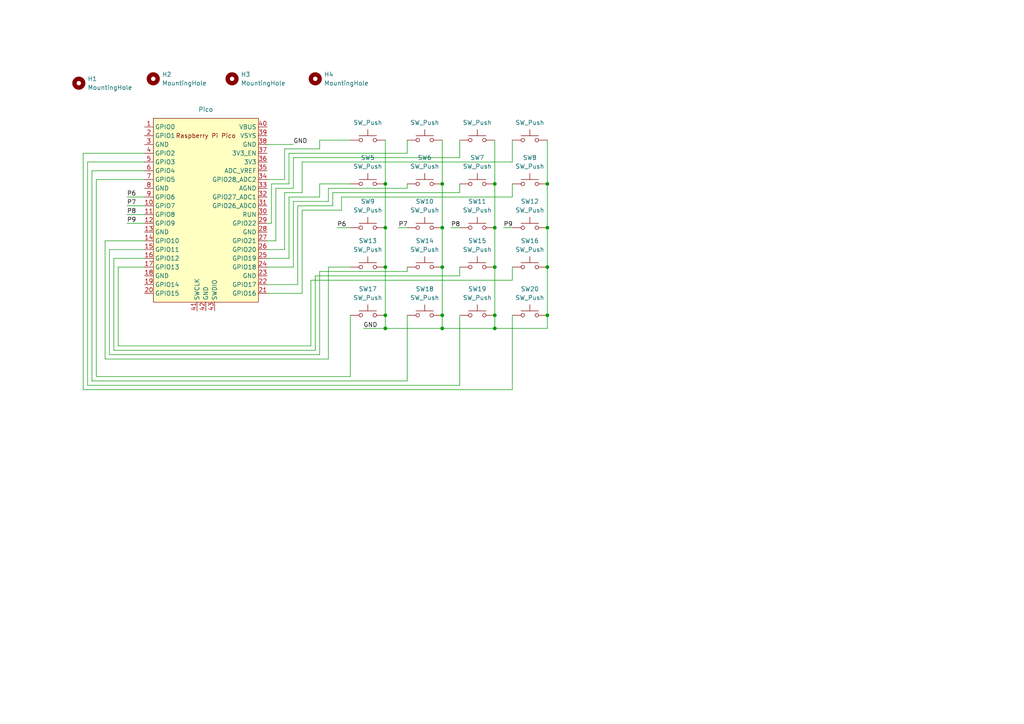
<source format=kicad_sch>
(kicad_sch (version 20230121) (generator eeschema)

  (uuid 532654f6-53e3-4b05-b7d7-6f8fe7a586af)

  (paper "A4")

  (lib_symbols
    (symbol "MCU_RaspberryPi_and_Boards:Pico" (in_bom yes) (on_board yes)
      (property "Reference" "U" (at -13.97 27.94 0)
        (effects (font (size 1.27 1.27)))
      )
      (property "Value" "Pico" (at 0 19.05 0)
        (effects (font (size 1.27 1.27)))
      )
      (property "Footprint" "RPi_Pico:RPi_Pico_SMD_TH" (at 0 0 90)
        (effects (font (size 1.27 1.27)) hide)
      )
      (property "Datasheet" "" (at 0 0 0)
        (effects (font (size 1.27 1.27)) hide)
      )
      (symbol "Pico_0_0"
        (text "Raspberry Pi Pico" (at 0 21.59 0)
          (effects (font (size 1.27 1.27)))
        )
      )
      (symbol "Pico_0_1"
        (rectangle (start -15.24 26.67) (end 15.24 -26.67)
          (stroke (width 0) (type default))
          (fill (type background))
        )
      )
      (symbol "Pico_1_1"
        (pin bidirectional line (at -17.78 24.13 0) (length 2.54)
          (name "GPIO0" (effects (font (size 1.27 1.27))))
          (number "1" (effects (font (size 1.27 1.27))))
        )
        (pin bidirectional line (at -17.78 1.27 0) (length 2.54)
          (name "GPIO7" (effects (font (size 1.27 1.27))))
          (number "10" (effects (font (size 1.27 1.27))))
        )
        (pin bidirectional line (at -17.78 -1.27 0) (length 2.54)
          (name "GPIO8" (effects (font (size 1.27 1.27))))
          (number "11" (effects (font (size 1.27 1.27))))
        )
        (pin bidirectional line (at -17.78 -3.81 0) (length 2.54)
          (name "GPIO9" (effects (font (size 1.27 1.27))))
          (number "12" (effects (font (size 1.27 1.27))))
        )
        (pin power_in line (at -17.78 -6.35 0) (length 2.54)
          (name "GND" (effects (font (size 1.27 1.27))))
          (number "13" (effects (font (size 1.27 1.27))))
        )
        (pin bidirectional line (at -17.78 -8.89 0) (length 2.54)
          (name "GPIO10" (effects (font (size 1.27 1.27))))
          (number "14" (effects (font (size 1.27 1.27))))
        )
        (pin bidirectional line (at -17.78 -11.43 0) (length 2.54)
          (name "GPIO11" (effects (font (size 1.27 1.27))))
          (number "15" (effects (font (size 1.27 1.27))))
        )
        (pin bidirectional line (at -17.78 -13.97 0) (length 2.54)
          (name "GPIO12" (effects (font (size 1.27 1.27))))
          (number "16" (effects (font (size 1.27 1.27))))
        )
        (pin bidirectional line (at -17.78 -16.51 0) (length 2.54)
          (name "GPIO13" (effects (font (size 1.27 1.27))))
          (number "17" (effects (font (size 1.27 1.27))))
        )
        (pin power_in line (at -17.78 -19.05 0) (length 2.54)
          (name "GND" (effects (font (size 1.27 1.27))))
          (number "18" (effects (font (size 1.27 1.27))))
        )
        (pin bidirectional line (at -17.78 -21.59 0) (length 2.54)
          (name "GPIO14" (effects (font (size 1.27 1.27))))
          (number "19" (effects (font (size 1.27 1.27))))
        )
        (pin bidirectional line (at -17.78 21.59 0) (length 2.54)
          (name "GPIO1" (effects (font (size 1.27 1.27))))
          (number "2" (effects (font (size 1.27 1.27))))
        )
        (pin bidirectional line (at -17.78 -24.13 0) (length 2.54)
          (name "GPIO15" (effects (font (size 1.27 1.27))))
          (number "20" (effects (font (size 1.27 1.27))))
        )
        (pin bidirectional line (at 17.78 -24.13 180) (length 2.54)
          (name "GPIO16" (effects (font (size 1.27 1.27))))
          (number "21" (effects (font (size 1.27 1.27))))
        )
        (pin bidirectional line (at 17.78 -21.59 180) (length 2.54)
          (name "GPIO17" (effects (font (size 1.27 1.27))))
          (number "22" (effects (font (size 1.27 1.27))))
        )
        (pin power_in line (at 17.78 -19.05 180) (length 2.54)
          (name "GND" (effects (font (size 1.27 1.27))))
          (number "23" (effects (font (size 1.27 1.27))))
        )
        (pin bidirectional line (at 17.78 -16.51 180) (length 2.54)
          (name "GPIO18" (effects (font (size 1.27 1.27))))
          (number "24" (effects (font (size 1.27 1.27))))
        )
        (pin bidirectional line (at 17.78 -13.97 180) (length 2.54)
          (name "GPIO19" (effects (font (size 1.27 1.27))))
          (number "25" (effects (font (size 1.27 1.27))))
        )
        (pin bidirectional line (at 17.78 -11.43 180) (length 2.54)
          (name "GPIO20" (effects (font (size 1.27 1.27))))
          (number "26" (effects (font (size 1.27 1.27))))
        )
        (pin bidirectional line (at 17.78 -8.89 180) (length 2.54)
          (name "GPIO21" (effects (font (size 1.27 1.27))))
          (number "27" (effects (font (size 1.27 1.27))))
        )
        (pin power_in line (at 17.78 -6.35 180) (length 2.54)
          (name "GND" (effects (font (size 1.27 1.27))))
          (number "28" (effects (font (size 1.27 1.27))))
        )
        (pin bidirectional line (at 17.78 -3.81 180) (length 2.54)
          (name "GPIO22" (effects (font (size 1.27 1.27))))
          (number "29" (effects (font (size 1.27 1.27))))
        )
        (pin power_in line (at -17.78 19.05 0) (length 2.54)
          (name "GND" (effects (font (size 1.27 1.27))))
          (number "3" (effects (font (size 1.27 1.27))))
        )
        (pin input line (at 17.78 -1.27 180) (length 2.54)
          (name "RUN" (effects (font (size 1.27 1.27))))
          (number "30" (effects (font (size 1.27 1.27))))
        )
        (pin bidirectional line (at 17.78 1.27 180) (length 2.54)
          (name "GPIO26_ADC0" (effects (font (size 1.27 1.27))))
          (number "31" (effects (font (size 1.27 1.27))))
        )
        (pin bidirectional line (at 17.78 3.81 180) (length 2.54)
          (name "GPIO27_ADC1" (effects (font (size 1.27 1.27))))
          (number "32" (effects (font (size 1.27 1.27))))
        )
        (pin power_in line (at 17.78 6.35 180) (length 2.54)
          (name "AGND" (effects (font (size 1.27 1.27))))
          (number "33" (effects (font (size 1.27 1.27))))
        )
        (pin bidirectional line (at 17.78 8.89 180) (length 2.54)
          (name "GPIO28_ADC2" (effects (font (size 1.27 1.27))))
          (number "34" (effects (font (size 1.27 1.27))))
        )
        (pin power_in line (at 17.78 11.43 180) (length 2.54)
          (name "ADC_VREF" (effects (font (size 1.27 1.27))))
          (number "35" (effects (font (size 1.27 1.27))))
        )
        (pin power_in line (at 17.78 13.97 180) (length 2.54)
          (name "3V3" (effects (font (size 1.27 1.27))))
          (number "36" (effects (font (size 1.27 1.27))))
        )
        (pin input line (at 17.78 16.51 180) (length 2.54)
          (name "3V3_EN" (effects (font (size 1.27 1.27))))
          (number "37" (effects (font (size 1.27 1.27))))
        )
        (pin bidirectional line (at 17.78 19.05 180) (length 2.54)
          (name "GND" (effects (font (size 1.27 1.27))))
          (number "38" (effects (font (size 1.27 1.27))))
        )
        (pin power_in line (at 17.78 21.59 180) (length 2.54)
          (name "VSYS" (effects (font (size 1.27 1.27))))
          (number "39" (effects (font (size 1.27 1.27))))
        )
        (pin bidirectional line (at -17.78 16.51 0) (length 2.54)
          (name "GPIO2" (effects (font (size 1.27 1.27))))
          (number "4" (effects (font (size 1.27 1.27))))
        )
        (pin power_in line (at 17.78 24.13 180) (length 2.54)
          (name "VBUS" (effects (font (size 1.27 1.27))))
          (number "40" (effects (font (size 1.27 1.27))))
        )
        (pin input line (at -2.54 -29.21 90) (length 2.54)
          (name "SWCLK" (effects (font (size 1.27 1.27))))
          (number "41" (effects (font (size 1.27 1.27))))
        )
        (pin power_in line (at 0 -29.21 90) (length 2.54)
          (name "GND" (effects (font (size 1.27 1.27))))
          (number "42" (effects (font (size 1.27 1.27))))
        )
        (pin bidirectional line (at 2.54 -29.21 90) (length 2.54)
          (name "SWDIO" (effects (font (size 1.27 1.27))))
          (number "43" (effects (font (size 1.27 1.27))))
        )
        (pin bidirectional line (at -17.78 13.97 0) (length 2.54)
          (name "GPIO3" (effects (font (size 1.27 1.27))))
          (number "5" (effects (font (size 1.27 1.27))))
        )
        (pin bidirectional line (at -17.78 11.43 0) (length 2.54)
          (name "GPIO4" (effects (font (size 1.27 1.27))))
          (number "6" (effects (font (size 1.27 1.27))))
        )
        (pin bidirectional line (at -17.78 8.89 0) (length 2.54)
          (name "GPIO5" (effects (font (size 1.27 1.27))))
          (number "7" (effects (font (size 1.27 1.27))))
        )
        (pin power_in line (at -17.78 6.35 0) (length 2.54)
          (name "GND" (effects (font (size 1.27 1.27))))
          (number "8" (effects (font (size 1.27 1.27))))
        )
        (pin bidirectional line (at -17.78 3.81 0) (length 2.54)
          (name "GPIO6" (effects (font (size 1.27 1.27))))
          (number "9" (effects (font (size 1.27 1.27))))
        )
      )
    )
    (symbol "Mechanical:MountingHole" (pin_names (offset 1.016)) (in_bom yes) (on_board yes)
      (property "Reference" "H" (at 0 5.08 0)
        (effects (font (size 1.27 1.27)))
      )
      (property "Value" "MountingHole" (at 0 3.175 0)
        (effects (font (size 1.27 1.27)))
      )
      (property "Footprint" "" (at 0 0 0)
        (effects (font (size 1.27 1.27)) hide)
      )
      (property "Datasheet" "~" (at 0 0 0)
        (effects (font (size 1.27 1.27)) hide)
      )
      (property "ki_keywords" "mounting hole" (at 0 0 0)
        (effects (font (size 1.27 1.27)) hide)
      )
      (property "ki_description" "Mounting Hole without connection" (at 0 0 0)
        (effects (font (size 1.27 1.27)) hide)
      )
      (property "ki_fp_filters" "MountingHole*" (at 0 0 0)
        (effects (font (size 1.27 1.27)) hide)
      )
      (symbol "MountingHole_0_1"
        (circle (center 0 0) (radius 1.27)
          (stroke (width 1.27) (type default))
          (fill (type none))
        )
      )
    )
    (symbol "Switch:SW_Push" (pin_numbers hide) (pin_names (offset 1.016) hide) (in_bom yes) (on_board yes)
      (property "Reference" "SW" (at 1.27 2.54 0)
        (effects (font (size 1.27 1.27)) (justify left))
      )
      (property "Value" "SW_Push" (at 0 -1.524 0)
        (effects (font (size 1.27 1.27)))
      )
      (property "Footprint" "" (at 0 5.08 0)
        (effects (font (size 1.27 1.27)) hide)
      )
      (property "Datasheet" "~" (at 0 5.08 0)
        (effects (font (size 1.27 1.27)) hide)
      )
      (property "ki_keywords" "switch normally-open pushbutton push-button" (at 0 0 0)
        (effects (font (size 1.27 1.27)) hide)
      )
      (property "ki_description" "Push button switch, generic, two pins" (at 0 0 0)
        (effects (font (size 1.27 1.27)) hide)
      )
      (symbol "SW_Push_0_1"
        (circle (center -2.032 0) (radius 0.508)
          (stroke (width 0) (type default))
          (fill (type none))
        )
        (polyline
          (pts
            (xy 0 1.27)
            (xy 0 3.048)
          )
          (stroke (width 0) (type default))
          (fill (type none))
        )
        (polyline
          (pts
            (xy 2.54 1.27)
            (xy -2.54 1.27)
          )
          (stroke (width 0) (type default))
          (fill (type none))
        )
        (circle (center 2.032 0) (radius 0.508)
          (stroke (width 0) (type default))
          (fill (type none))
        )
        (pin passive line (at -5.08 0 0) (length 2.54)
          (name "1" (effects (font (size 1.27 1.27))))
          (number "1" (effects (font (size 1.27 1.27))))
        )
        (pin passive line (at 5.08 0 180) (length 2.54)
          (name "2" (effects (font (size 1.27 1.27))))
          (number "2" (effects (font (size 1.27 1.27))))
        )
      )
    )
  )

  (junction (at 111.76 66.04) (diameter 0) (color 0 0 0 0)
    (uuid 01e53da0-4047-4852-80c3-85c416984b93)
  )
  (junction (at 158.75 66.04) (diameter 0) (color 0 0 0 0)
    (uuid 2d1a7d3b-cc9a-48a0-ba00-f0935585c182)
  )
  (junction (at 128.27 77.47) (diameter 0) (color 0 0 0 0)
    (uuid 57b08014-e121-4bda-a3cd-f1948325539f)
  )
  (junction (at 143.51 91.44) (diameter 0) (color 0 0 0 0)
    (uuid 5ee245d1-2310-4649-985f-130c6a19873b)
  )
  (junction (at 128.27 53.34) (diameter 0) (color 0 0 0 0)
    (uuid 609f00ad-06b5-4e3e-aca4-5e35afd26d5f)
  )
  (junction (at 143.51 66.04) (diameter 0) (color 0 0 0 0)
    (uuid 610edfb3-c59d-4b97-9279-03eb967bf044)
  )
  (junction (at 128.27 66.04) (diameter 0) (color 0 0 0 0)
    (uuid 8cdddfa7-f6b7-4f05-9127-d2bba93c6496)
  )
  (junction (at 158.75 77.47) (diameter 0) (color 0 0 0 0)
    (uuid 92f7f5ee-ac06-4f52-bd1e-e22e25f7bc42)
  )
  (junction (at 111.76 77.47) (diameter 0) (color 0 0 0 0)
    (uuid 989dc8c9-351c-49c0-be39-580de8853a9b)
  )
  (junction (at 158.75 91.44) (diameter 0) (color 0 0 0 0)
    (uuid 9f2f3d03-a799-4776-bb81-58278bbd2abb)
  )
  (junction (at 111.76 91.44) (diameter 0) (color 0 0 0 0)
    (uuid af548b08-bcf6-49df-8b49-e7b790a814d4)
  )
  (junction (at 143.51 77.47) (diameter 0) (color 0 0 0 0)
    (uuid b4ab4a57-3e21-44e2-b37f-9476baa0d447)
  )
  (junction (at 143.51 53.34) (diameter 0) (color 0 0 0 0)
    (uuid be01389f-f58f-41ab-ac2f-e735f3a5841c)
  )
  (junction (at 111.76 53.34) (diameter 0) (color 0 0 0 0)
    (uuid be023b3e-728d-48bd-a2c3-f5884203519c)
  )
  (junction (at 158.75 53.34) (diameter 0) (color 0 0 0 0)
    (uuid cce1321a-555c-4ffd-8a38-66b714f5bbb9)
  )
  (junction (at 143.51 95.25) (diameter 0) (color 0 0 0 0)
    (uuid d1a466ad-21e7-42d8-9394-2f670a606506)
  )
  (junction (at 128.27 95.25) (diameter 0) (color 0 0 0 0)
    (uuid d84061fa-2d2c-4300-9c84-f011d3ee80e6)
  )
  (junction (at 111.76 95.25) (diameter 0) (color 0 0 0 0)
    (uuid da498504-6b21-45d3-9418-164f758ecca6)
  )
  (junction (at 128.27 91.44) (diameter 0) (color 0 0 0 0)
    (uuid e7107a13-330f-4e65-baa3-06e692ae6936)
  )

  (wire (pts (xy 80.01 54.61) (xy 85.09 54.61))
    (stroke (width 0) (type default))
    (uuid 016e836a-9ffa-4ebe-97c7-e82653d7a609)
  )
  (wire (pts (xy 146.05 66.04) (xy 148.59 66.04))
    (stroke (width 0) (type default))
    (uuid 0218db95-9a27-4215-9a52-a5b9a06d44b6)
  )
  (wire (pts (xy 101.6 109.22) (xy 101.6 91.44))
    (stroke (width 0) (type default))
    (uuid 028f1f47-c30b-4c1b-b768-73a19789a0a2)
  )
  (wire (pts (xy 82.55 55.88) (xy 87.63 55.88))
    (stroke (width 0) (type default))
    (uuid 0410a9e8-0825-4a56-9bef-383871b98d59)
  )
  (wire (pts (xy 83.82 57.15) (xy 92.71 57.15))
    (stroke (width 0) (type default))
    (uuid 05b73d59-4c94-4da1-bbcc-0332af90d977)
  )
  (wire (pts (xy 83.82 44.45) (xy 118.11 44.45))
    (stroke (width 0) (type default))
    (uuid 07bd3c8f-1fb4-4d71-b9af-90788d922117)
  )
  (wire (pts (xy 158.75 95.25) (xy 143.51 95.25))
    (stroke (width 0) (type default))
    (uuid 09038deb-d343-4775-ae8d-bf45099c4908)
  )
  (wire (pts (xy 77.47 64.77) (xy 78.74 64.77))
    (stroke (width 0) (type default))
    (uuid 0a47a1a5-5e5e-4828-9c16-70b9187c07cd)
  )
  (wire (pts (xy 86.36 59.69) (xy 96.52 59.69))
    (stroke (width 0) (type default))
    (uuid 0bdcff1b-3959-4152-a8d2-a7fa833ea193)
  )
  (wire (pts (xy 92.71 102.87) (xy 92.71 78.74))
    (stroke (width 0) (type default))
    (uuid 0c1ee054-622f-4a74-86f4-6a09d15447a8)
  )
  (wire (pts (xy 36.83 62.23) (xy 41.91 62.23))
    (stroke (width 0) (type default))
    (uuid 0e6a9a72-7590-409d-ad8d-d5473bf3de0f)
  )
  (wire (pts (xy 111.76 95.25) (xy 128.27 95.25))
    (stroke (width 0) (type default))
    (uuid 0f97d4a7-1b82-4690-942d-2f9a88e6e3bc)
  )
  (wire (pts (xy 97.79 66.04) (xy 101.6 66.04))
    (stroke (width 0) (type default))
    (uuid 0fecc9a4-3b2b-4d57-bf64-d5e510793d08)
  )
  (wire (pts (xy 24.13 113.03) (xy 148.59 113.03))
    (stroke (width 0) (type default))
    (uuid 1094c170-0af7-4ef6-acb1-3385c4644c08)
  )
  (wire (pts (xy 87.63 55.88) (xy 87.63 46.99))
    (stroke (width 0) (type default))
    (uuid 114b3dfa-b839-401f-be42-1a1cf7176ca9)
  )
  (wire (pts (xy 77.47 41.91) (xy 85.09 41.91))
    (stroke (width 0) (type default))
    (uuid 13ca2bd0-a4dc-4091-89db-7c63138a18ba)
  )
  (wire (pts (xy 143.51 53.34) (xy 143.51 66.04))
    (stroke (width 0) (type default))
    (uuid 1476b904-e3fe-4897-8542-fd87eb073920)
  )
  (wire (pts (xy 95.25 58.42) (xy 95.25 54.61))
    (stroke (width 0) (type default))
    (uuid 14b62a26-ca27-4f18-beaf-fb815c431c74)
  )
  (wire (pts (xy 92.71 53.34) (xy 101.6 53.34))
    (stroke (width 0) (type default))
    (uuid 151d0deb-4671-4e12-9a5c-08e507c06bfa)
  )
  (wire (pts (xy 77.47 74.93) (xy 83.82 74.93))
    (stroke (width 0) (type default))
    (uuid 212cf74c-7e98-4731-b273-b075ff494196)
  )
  (wire (pts (xy 158.75 66.04) (xy 158.75 77.47))
    (stroke (width 0) (type default))
    (uuid 216b9706-1a14-42e1-be45-d5e61ce490b4)
  )
  (wire (pts (xy 143.51 66.04) (xy 143.51 77.47))
    (stroke (width 0) (type default))
    (uuid 22e2bee8-d728-4468-b0ed-bea893847d90)
  )
  (wire (pts (xy 158.75 77.47) (xy 158.75 91.44))
    (stroke (width 0) (type default))
    (uuid 24107a78-b5ee-469a-9b1b-a70640f96cd4)
  )
  (wire (pts (xy 27.94 52.07) (xy 27.94 109.22))
    (stroke (width 0) (type default))
    (uuid 2651e47b-0c58-42d6-95f3-ae533658aa1a)
  )
  (wire (pts (xy 26.67 49.53) (xy 26.67 110.49))
    (stroke (width 0) (type default))
    (uuid 27a1d7f7-1b1a-4bc7-912f-1ede37950b84)
  )
  (wire (pts (xy 31.75 72.39) (xy 31.75 102.87))
    (stroke (width 0) (type default))
    (uuid 2a860388-da81-4573-bbc0-bae73dbe75a9)
  )
  (wire (pts (xy 83.82 74.93) (xy 83.82 57.15))
    (stroke (width 0) (type default))
    (uuid 2b54448e-932f-40a5-a3ba-493f529fef5f)
  )
  (wire (pts (xy 158.75 91.44) (xy 158.75 95.25))
    (stroke (width 0) (type default))
    (uuid 2ce4951f-3a86-4fa0-9275-d813d7f4df2e)
  )
  (wire (pts (xy 118.11 110.49) (xy 118.11 91.44))
    (stroke (width 0) (type default))
    (uuid 2e0120d9-e3d3-4af3-97c7-8b1484135826)
  )
  (wire (pts (xy 33.02 101.6) (xy 91.44 101.6))
    (stroke (width 0) (type default))
    (uuid 2fa5863b-8ceb-45e6-9310-ab35a4a8a21c)
  )
  (wire (pts (xy 133.35 45.72) (xy 133.35 40.64))
    (stroke (width 0) (type default))
    (uuid 32716f45-4bd6-4d1a-ac3e-724b4c60c55e)
  )
  (wire (pts (xy 36.83 57.15) (xy 41.91 57.15))
    (stroke (width 0) (type default))
    (uuid 3283232b-9c67-4abc-8134-fa48efc773a7)
  )
  (wire (pts (xy 34.29 100.33) (xy 90.17 100.33))
    (stroke (width 0) (type default))
    (uuid 335b37c0-861a-4cad-82e6-a3d864226115)
  )
  (wire (pts (xy 82.55 52.07) (xy 82.55 43.18))
    (stroke (width 0) (type default))
    (uuid 33e80e57-77f7-4862-9725-a57142a54649)
  )
  (wire (pts (xy 158.75 40.64) (xy 158.75 53.34))
    (stroke (width 0) (type default))
    (uuid 35ba5b81-5398-4188-9e96-b52269c2e1fc)
  )
  (wire (pts (xy 148.59 81.28) (xy 148.59 77.47))
    (stroke (width 0) (type default))
    (uuid 44119a71-9281-4267-b44d-bc725f6e29e8)
  )
  (wire (pts (xy 33.02 74.93) (xy 33.02 101.6))
    (stroke (width 0) (type default))
    (uuid 47edb313-12ec-4d3f-af2b-094d811c7ba6)
  )
  (wire (pts (xy 41.91 52.07) (xy 27.94 52.07))
    (stroke (width 0) (type default))
    (uuid 49c380d2-0fdc-4bac-923d-b1b70ed84764)
  )
  (wire (pts (xy 41.91 69.85) (xy 30.48 69.85))
    (stroke (width 0) (type default))
    (uuid 50100023-b82b-45b9-9bbf-9ecb83637206)
  )
  (wire (pts (xy 96.52 55.88) (xy 133.35 55.88))
    (stroke (width 0) (type default))
    (uuid 50c7ef47-7854-4e1d-8e8b-3700e285fe96)
  )
  (wire (pts (xy 111.76 53.34) (xy 111.76 66.04))
    (stroke (width 0) (type default))
    (uuid 51ff670b-5f5a-459e-91a3-f9b9158da45b)
  )
  (wire (pts (xy 77.47 85.09) (xy 87.63 85.09))
    (stroke (width 0) (type default))
    (uuid 5398f767-bca5-4788-b681-615a67c48088)
  )
  (wire (pts (xy 92.71 78.74) (xy 118.11 78.74))
    (stroke (width 0) (type default))
    (uuid 54b99874-86b0-46f9-b34d-b603fb1f2f2e)
  )
  (wire (pts (xy 148.59 46.99) (xy 148.59 40.64))
    (stroke (width 0) (type default))
    (uuid 5795e919-bd0e-42bb-bf87-ae4399c4efeb)
  )
  (wire (pts (xy 90.17 100.33) (xy 90.17 81.28))
    (stroke (width 0) (type default))
    (uuid 5a8ec1eb-ab9e-4685-9040-d2ab6fe21c7c)
  )
  (wire (pts (xy 158.75 53.34) (xy 158.75 66.04))
    (stroke (width 0) (type default))
    (uuid 5cb003bb-01bc-4ff9-bfcb-613f2fa183c0)
  )
  (wire (pts (xy 82.55 43.18) (xy 92.71 43.18))
    (stroke (width 0) (type default))
    (uuid 5e4454cd-75c1-4144-adf6-599765ff9fae)
  )
  (wire (pts (xy 87.63 85.09) (xy 87.63 60.96))
    (stroke (width 0) (type default))
    (uuid 612f74d8-f296-413a-9dc3-a17455573f7d)
  )
  (wire (pts (xy 128.27 40.64) (xy 128.27 53.34))
    (stroke (width 0) (type default))
    (uuid 6537b121-b010-429d-9073-7d6f3de8eac2)
  )
  (wire (pts (xy 148.59 57.15) (xy 148.59 53.34))
    (stroke (width 0) (type default))
    (uuid 6589b45d-f3ab-4748-8bde-474fb01d046a)
  )
  (wire (pts (xy 111.76 40.64) (xy 111.76 53.34))
    (stroke (width 0) (type default))
    (uuid 684cbcf0-9cd1-4806-a920-42d2c29f4819)
  )
  (wire (pts (xy 111.76 77.47) (xy 111.76 91.44))
    (stroke (width 0) (type default))
    (uuid 68820a47-9b2c-4cc6-8ad7-8fe7bcc7f279)
  )
  (wire (pts (xy 143.51 77.47) (xy 143.51 91.44))
    (stroke (width 0) (type default))
    (uuid 6a362f97-7108-4477-b27e-6fbd8a65a60a)
  )
  (wire (pts (xy 148.59 113.03) (xy 148.59 91.44))
    (stroke (width 0) (type default))
    (uuid 6addb479-de77-49bf-bf40-54379f6ed1f6)
  )
  (wire (pts (xy 95.25 54.61) (xy 118.11 54.61))
    (stroke (width 0) (type default))
    (uuid 6bb2debe-3379-4ce1-a2b1-a5887cc6d3d7)
  )
  (wire (pts (xy 95.25 77.47) (xy 101.6 77.47))
    (stroke (width 0) (type default))
    (uuid 6bf9bfa0-565f-4e81-8bc6-9cdb6caed623)
  )
  (wire (pts (xy 96.52 59.69) (xy 96.52 55.88))
    (stroke (width 0) (type default))
    (uuid 79ba9f8c-e066-409c-83a1-810bbb29b591)
  )
  (wire (pts (xy 41.91 46.99) (xy 25.4 46.99))
    (stroke (width 0) (type default))
    (uuid 7a812680-b9e8-4b31-a922-9747b883734a)
  )
  (wire (pts (xy 34.29 77.47) (xy 34.29 100.33))
    (stroke (width 0) (type default))
    (uuid 7b7da4d8-0622-4bea-b00b-6bd0e60ff204)
  )
  (wire (pts (xy 128.27 91.44) (xy 128.27 95.25))
    (stroke (width 0) (type default))
    (uuid 7d042f82-9a08-496b-9b87-f220a8345c1b)
  )
  (wire (pts (xy 130.81 66.04) (xy 133.35 66.04))
    (stroke (width 0) (type default))
    (uuid 7f34ece8-a21e-440f-a81f-18fd783b5e2a)
  )
  (wire (pts (xy 128.27 53.34) (xy 128.27 66.04))
    (stroke (width 0) (type default))
    (uuid 7ff4d8c1-2693-4849-9c6f-102da9b1c22a)
  )
  (wire (pts (xy 85.09 58.42) (xy 95.25 58.42))
    (stroke (width 0) (type default))
    (uuid 807d60f9-54f1-4f4a-a556-2c4a57bcc71e)
  )
  (wire (pts (xy 25.4 111.76) (xy 133.35 111.76))
    (stroke (width 0) (type default))
    (uuid 82230d6a-aba1-4364-a227-fab14ffa2789)
  )
  (wire (pts (xy 31.75 102.87) (xy 92.71 102.87))
    (stroke (width 0) (type default))
    (uuid 8305139e-eec7-47a7-a1e5-8faaff330f90)
  )
  (wire (pts (xy 77.47 82.55) (xy 86.36 82.55))
    (stroke (width 0) (type default))
    (uuid 870de4f9-3224-481d-94c4-01879cf50f2e)
  )
  (wire (pts (xy 91.44 101.6) (xy 91.44 80.01))
    (stroke (width 0) (type default))
    (uuid 893f4fb7-2c47-4a92-8801-2a3d30fcaa36)
  )
  (wire (pts (xy 143.51 40.64) (xy 143.51 53.34))
    (stroke (width 0) (type default))
    (uuid 895357be-e8a6-4fb9-963f-92b9f89f9106)
  )
  (wire (pts (xy 41.91 44.45) (xy 24.13 44.45))
    (stroke (width 0) (type default))
    (uuid 8a6f975a-6568-4739-b6b2-53350990f2d2)
  )
  (wire (pts (xy 30.48 104.14) (xy 95.25 104.14))
    (stroke (width 0) (type default))
    (uuid 8dc0d513-25d6-47b4-9cca-374707b9c229)
  )
  (wire (pts (xy 143.51 95.25) (xy 128.27 95.25))
    (stroke (width 0) (type default))
    (uuid 92310c15-b3c2-4865-a611-99d9d7558529)
  )
  (wire (pts (xy 118.11 44.45) (xy 118.11 40.64))
    (stroke (width 0) (type default))
    (uuid 92ef530c-8337-482c-a4cc-d2fe10e45ff6)
  )
  (wire (pts (xy 92.71 57.15) (xy 92.71 53.34))
    (stroke (width 0) (type default))
    (uuid 97bba9e7-465c-4f62-b779-3d5f107fe12e)
  )
  (wire (pts (xy 26.67 110.49) (xy 118.11 110.49))
    (stroke (width 0) (type default))
    (uuid 9954970f-7c14-41e0-ac7d-ff587aec416c)
  )
  (wire (pts (xy 83.82 53.34) (xy 83.82 44.45))
    (stroke (width 0) (type default))
    (uuid 996ea4c7-33a3-43d6-8751-b0f8846ea415)
  )
  (wire (pts (xy 30.48 69.85) (xy 30.48 104.14))
    (stroke (width 0) (type default))
    (uuid 9c13e444-c73a-4f84-9256-745899248416)
  )
  (wire (pts (xy 25.4 46.99) (xy 25.4 111.76))
    (stroke (width 0) (type default))
    (uuid 9c336725-6f2d-48c5-b7d8-0adf53584848)
  )
  (wire (pts (xy 133.35 80.01) (xy 133.35 77.47))
    (stroke (width 0) (type default))
    (uuid a1eef194-3895-4bf7-9897-b0a41d99326f)
  )
  (wire (pts (xy 92.71 40.64) (xy 101.6 40.64))
    (stroke (width 0) (type default))
    (uuid a205bd8f-755f-44c0-bf46-ec779cac79ec)
  )
  (wire (pts (xy 128.27 66.04) (xy 128.27 77.47))
    (stroke (width 0) (type default))
    (uuid a3051999-8eca-40f4-82bc-520bff608858)
  )
  (wire (pts (xy 99.06 57.15) (xy 148.59 57.15))
    (stroke (width 0) (type default))
    (uuid a468543b-e37d-46b5-a032-476e0061af8b)
  )
  (wire (pts (xy 99.06 60.96) (xy 99.06 57.15))
    (stroke (width 0) (type default))
    (uuid a7a36452-9bde-47c6-b61b-b5d4773da9f3)
  )
  (wire (pts (xy 78.74 53.34) (xy 83.82 53.34))
    (stroke (width 0) (type default))
    (uuid aab93c63-2d3d-4de4-84ef-1816fd781ca1)
  )
  (wire (pts (xy 78.74 64.77) (xy 78.74 53.34))
    (stroke (width 0) (type default))
    (uuid ac5ea834-576b-4a06-a3ad-eb29d73679a0)
  )
  (wire (pts (xy 77.47 69.85) (xy 80.01 69.85))
    (stroke (width 0) (type default))
    (uuid af09f811-1c65-454a-bbea-22aaee8e4618)
  )
  (wire (pts (xy 118.11 54.61) (xy 118.11 53.34))
    (stroke (width 0) (type default))
    (uuid b010d9d0-ffdc-4c04-bdf7-9d517b22aec3)
  )
  (wire (pts (xy 41.91 72.39) (xy 31.75 72.39))
    (stroke (width 0) (type default))
    (uuid b01a8d4c-861d-44d1-b3fd-7ca12f7a6d04)
  )
  (wire (pts (xy 41.91 49.53) (xy 26.67 49.53))
    (stroke (width 0) (type default))
    (uuid b039a322-9b22-4615-a01d-491c39559a49)
  )
  (wire (pts (xy 133.35 55.88) (xy 133.35 53.34))
    (stroke (width 0) (type default))
    (uuid b2d7d461-27d5-4f08-8008-0478a45f3dc8)
  )
  (wire (pts (xy 133.35 111.76) (xy 133.35 91.44))
    (stroke (width 0) (type default))
    (uuid b9602093-519d-48b7-888e-e383857827b5)
  )
  (wire (pts (xy 85.09 54.61) (xy 85.09 45.72))
    (stroke (width 0) (type default))
    (uuid bb7c1422-94af-4b34-baba-25b13f9c0f12)
  )
  (wire (pts (xy 82.55 72.39) (xy 82.55 55.88))
    (stroke (width 0) (type default))
    (uuid be76b6c5-a9e4-47da-807c-b1e19d3b2e23)
  )
  (wire (pts (xy 77.47 52.07) (xy 82.55 52.07))
    (stroke (width 0) (type default))
    (uuid c0869fcd-7696-4b35-b89a-c50c20b2b67f)
  )
  (wire (pts (xy 85.09 77.47) (xy 85.09 58.42))
    (stroke (width 0) (type default))
    (uuid c198c954-d35f-42ad-a591-1b812e5abf02)
  )
  (wire (pts (xy 128.27 77.47) (xy 128.27 91.44))
    (stroke (width 0) (type default))
    (uuid c49de63f-fecc-46fa-a243-f6c5bbf71024)
  )
  (wire (pts (xy 95.25 104.14) (xy 95.25 77.47))
    (stroke (width 0) (type default))
    (uuid c52c75df-39e6-4909-9ebd-e7f2358d83ae)
  )
  (wire (pts (xy 85.09 45.72) (xy 133.35 45.72))
    (stroke (width 0) (type default))
    (uuid c6da8c99-a624-454c-bf97-702c93c2054a)
  )
  (wire (pts (xy 41.91 77.47) (xy 34.29 77.47))
    (stroke (width 0) (type default))
    (uuid c7998065-f61d-40b2-881d-c7cfd8aa1495)
  )
  (wire (pts (xy 24.13 44.45) (xy 24.13 113.03))
    (stroke (width 0) (type default))
    (uuid c7cebbb5-7472-4b8e-8bbc-e7b98215a721)
  )
  (wire (pts (xy 77.47 72.39) (xy 82.55 72.39))
    (stroke (width 0) (type default))
    (uuid c8395d38-79ee-4922-857f-cab51f0b3e79)
  )
  (wire (pts (xy 86.36 82.55) (xy 86.36 59.69))
    (stroke (width 0) (type default))
    (uuid cb676a05-d380-4a6e-ab6c-a2f7d3a9f30c)
  )
  (wire (pts (xy 92.71 43.18) (xy 92.71 40.64))
    (stroke (width 0) (type default))
    (uuid cbeeeec3-f6c5-48a1-8e8d-ff246a8fde14)
  )
  (wire (pts (xy 27.94 109.22) (xy 101.6 109.22))
    (stroke (width 0) (type default))
    (uuid cf3eccce-67ff-41ae-b854-5d395b757aa2)
  )
  (wire (pts (xy 87.63 60.96) (xy 99.06 60.96))
    (stroke (width 0) (type default))
    (uuid d6be6828-34fc-420c-8bb1-6390a1148ed1)
  )
  (wire (pts (xy 111.76 66.04) (xy 111.76 77.47))
    (stroke (width 0) (type default))
    (uuid d85d8d44-6336-4136-a225-35d75d0289fe)
  )
  (wire (pts (xy 91.44 80.01) (xy 133.35 80.01))
    (stroke (width 0) (type default))
    (uuid d9b67c4d-938e-44a9-841a-ab7dde3bde69)
  )
  (wire (pts (xy 36.83 59.69) (xy 41.91 59.69))
    (stroke (width 0) (type default))
    (uuid dabe6188-4c70-44ab-af8b-da6f1f10bb70)
  )
  (wire (pts (xy 36.83 64.77) (xy 41.91 64.77))
    (stroke (width 0) (type default))
    (uuid dbd7edff-f8c3-474a-93ba-a21f9b7aa0b7)
  )
  (wire (pts (xy 87.63 46.99) (xy 148.59 46.99))
    (stroke (width 0) (type default))
    (uuid def908d4-808b-460c-bab1-b7f0d830fb84)
  )
  (wire (pts (xy 111.76 95.25) (xy 105.41 95.25))
    (stroke (width 0) (type default))
    (uuid e48d1979-fe35-4989-8093-b87ea277cb77)
  )
  (wire (pts (xy 111.76 91.44) (xy 111.76 95.25))
    (stroke (width 0) (type default))
    (uuid e701dd0d-617b-4fcd-9d2f-dcc3c26572da)
  )
  (wire (pts (xy 143.51 91.44) (xy 143.51 95.25))
    (stroke (width 0) (type default))
    (uuid e79dad06-8d7c-4a8a-ba8b-72f3ee946efa)
  )
  (wire (pts (xy 80.01 69.85) (xy 80.01 54.61))
    (stroke (width 0) (type default))
    (uuid e82e3d3e-1801-472a-b01c-2b2ee4997952)
  )
  (wire (pts (xy 41.91 74.93) (xy 33.02 74.93))
    (stroke (width 0) (type default))
    (uuid eb36bf3b-c2cb-46f3-b4ca-a525bdb22ede)
  )
  (wire (pts (xy 77.47 77.47) (xy 85.09 77.47))
    (stroke (width 0) (type default))
    (uuid ef43389e-db55-4cb3-9a50-6b188005c4c9)
  )
  (wire (pts (xy 115.57 66.04) (xy 118.11 66.04))
    (stroke (width 0) (type default))
    (uuid f2f062a5-7cb9-40fb-9f3d-540ff79db125)
  )
  (wire (pts (xy 90.17 81.28) (xy 148.59 81.28))
    (stroke (width 0) (type default))
    (uuid f35e452a-1bc6-477e-b4e7-38121adde2b6)
  )
  (wire (pts (xy 118.11 78.74) (xy 118.11 77.47))
    (stroke (width 0) (type default))
    (uuid ff1f5604-4b05-4526-9c5b-65a5b850105d)
  )

  (label "P8" (at 36.83 62.23 0) (fields_autoplaced)
    (effects (font (size 1.27 1.27)) (justify left bottom))
    (uuid 027b6142-e828-4a85-8a98-f292d07a2a61)
  )
  (label "P7" (at 36.83 59.69 0) (fields_autoplaced)
    (effects (font (size 1.27 1.27)) (justify left bottom))
    (uuid 0b33c48b-6915-4c6c-8654-02da1f1cfc57)
  )
  (label "P8" (at 130.81 66.04 0) (fields_autoplaced)
    (effects (font (size 1.27 1.27)) (justify left bottom))
    (uuid 1c773a73-4fff-4dab-821f-3c3e457c0a3d)
  )
  (label "P7" (at 115.57 66.04 0) (fields_autoplaced)
    (effects (font (size 1.27 1.27)) (justify left bottom))
    (uuid 22ad3b2f-2f61-487a-9ae1-fa60511fcb68)
  )
  (label "P9" (at 146.05 66.04 0) (fields_autoplaced)
    (effects (font (size 1.27 1.27)) (justify left bottom))
    (uuid 93fa4b0d-60af-4d4f-ad2c-6012180c9692)
  )
  (label "P6" (at 97.79 66.04 0) (fields_autoplaced)
    (effects (font (size 1.27 1.27)) (justify left bottom))
    (uuid a25f0c75-d5bb-41aa-95be-76d60e1268fc)
  )
  (label "GND" (at 85.09 41.91 0) (fields_autoplaced)
    (effects (font (size 1.27 1.27)) (justify left bottom))
    (uuid be610d8f-1815-47c1-a252-3bb08a7456c1)
  )
  (label "GND" (at 105.41 95.25 0) (fields_autoplaced)
    (effects (font (size 1.27 1.27)) (justify left bottom))
    (uuid caeb19ee-47d9-4b8e-b14c-e5a55fe7fd66)
  )
  (label "P6" (at 36.83 57.15 0) (fields_autoplaced)
    (effects (font (size 1.27 1.27)) (justify left bottom))
    (uuid e7ed8dda-6754-48d7-96f8-d2044d01236e)
  )
  (label "P9" (at 36.83 64.77 0) (fields_autoplaced)
    (effects (font (size 1.27 1.27)) (justify left bottom))
    (uuid ffc6a7db-fb43-4fb4-abab-2b3da509c7fd)
  )

  (symbol (lib_id "Switch:SW_Push") (at 106.68 77.47 0) (unit 1)
    (in_bom yes) (on_board yes) (dnp no) (fields_autoplaced)
    (uuid 07cff1b0-0738-4b02-8e79-89348883fcb3)
    (property "Reference" "SW13" (at 106.68 69.85 0)
      (effects (font (size 1.27 1.27)))
    )
    (property "Value" "SW_Push" (at 106.68 72.39 0)
      (effects (font (size 1.27 1.27)))
    )
    (property "Footprint" "Library:SW_Cherry_MX_1.00u_PCB" (at 106.68 72.39 0)
      (effects (font (size 1.27 1.27)) hide)
    )
    (property "Datasheet" "~" (at 106.68 72.39 0)
      (effects (font (size 1.27 1.27)) hide)
    )
    (pin "1" (uuid 929ecc37-a0ce-40dc-a4c9-ca7dfe570712))
    (pin "2" (uuid 12176b00-c702-4e39-b1bb-32e08093ddea))
    (instances
      (project "RSMP"
        (path "/532654f6-53e3-4b05-b7d7-6f8fe7a586af"
          (reference "SW13") (unit 1)
        )
      )
    )
  )

  (symbol (lib_id "Switch:SW_Push") (at 106.68 91.44 0) (unit 1)
    (in_bom yes) (on_board yes) (dnp no) (fields_autoplaced)
    (uuid 11c39b8b-aaae-48de-bf8a-145ef116cc4b)
    (property "Reference" "SW17" (at 106.68 83.82 0)
      (effects (font (size 1.27 1.27)))
    )
    (property "Value" "SW_Push" (at 106.68 86.36 0)
      (effects (font (size 1.27 1.27)))
    )
    (property "Footprint" "Library:SW_Cherry_MX_1.00u_PCB" (at 106.68 86.36 0)
      (effects (font (size 1.27 1.27)) hide)
    )
    (property "Datasheet" "~" (at 106.68 86.36 0)
      (effects (font (size 1.27 1.27)) hide)
    )
    (pin "1" (uuid 30cb9363-aece-4095-a61b-5299efc6cdd2))
    (pin "2" (uuid 644fd497-3079-420e-a87a-7bf905195969))
    (instances
      (project "RSMP"
        (path "/532654f6-53e3-4b05-b7d7-6f8fe7a586af"
          (reference "SW17") (unit 1)
        )
      )
    )
  )

  (symbol (lib_id "Switch:SW_Push") (at 153.67 66.04 0) (unit 1)
    (in_bom yes) (on_board yes) (dnp no) (fields_autoplaced)
    (uuid 1994e1af-3138-47ac-83a7-94a2fbe29731)
    (property "Reference" "SW12" (at 153.67 58.42 0)
      (effects (font (size 1.27 1.27)))
    )
    (property "Value" "SW_Push" (at 153.67 60.96 0)
      (effects (font (size 1.27 1.27)))
    )
    (property "Footprint" "Library:SW_Cherry_MX_1.00u_PCB" (at 153.67 60.96 0)
      (effects (font (size 1.27 1.27)) hide)
    )
    (property "Datasheet" "~" (at 153.67 60.96 0)
      (effects (font (size 1.27 1.27)) hide)
    )
    (pin "1" (uuid 561684d7-3b13-4f3a-9a35-44a8e9be55cf))
    (pin "2" (uuid 9a0d46d9-5f10-43fd-b955-ff4c86154ab4))
    (instances
      (project "RSMP"
        (path "/532654f6-53e3-4b05-b7d7-6f8fe7a586af"
          (reference "SW12") (unit 1)
        )
      )
    )
  )

  (symbol (lib_id "Switch:SW_Push") (at 138.43 40.64 0) (unit 1)
    (in_bom yes) (on_board yes) (dnp no) (fields_autoplaced)
    (uuid 19cfafb4-a1f7-40d5-9819-e800f2e17432)
    (property "Reference" "SW3" (at 138.43 33.02 0)
      (effects (font (size 1.27 1.27)) hide)
    )
    (property "Value" "SW_Push" (at 138.43 35.56 0)
      (effects (font (size 1.27 1.27)))
    )
    (property "Footprint" "Library:SW_Cherry_MX_1.00u_PCB" (at 138.43 35.56 0)
      (effects (font (size 1.27 1.27)) hide)
    )
    (property "Datasheet" "~" (at 138.43 35.56 0)
      (effects (font (size 1.27 1.27)) hide)
    )
    (pin "1" (uuid 9f3642d4-4e32-44c5-8d0f-9a204277797a))
    (pin "2" (uuid e99e9043-d878-43b2-9f80-b1691e089519))
    (instances
      (project "RSMP"
        (path "/532654f6-53e3-4b05-b7d7-6f8fe7a586af"
          (reference "SW3") (unit 1)
        )
      )
    )
  )

  (symbol (lib_id "Switch:SW_Push") (at 123.19 91.44 0) (unit 1)
    (in_bom yes) (on_board yes) (dnp no) (fields_autoplaced)
    (uuid 25ffbdf4-cfb9-46dd-9eaf-234c42399526)
    (property "Reference" "SW18" (at 123.19 83.82 0)
      (effects (font (size 1.27 1.27)))
    )
    (property "Value" "SW_Push" (at 123.19 86.36 0)
      (effects (font (size 1.27 1.27)))
    )
    (property "Footprint" "Library:SW_Cherry_MX_1.00u_PCB" (at 123.19 86.36 0)
      (effects (font (size 1.27 1.27)) hide)
    )
    (property "Datasheet" "~" (at 123.19 86.36 0)
      (effects (font (size 1.27 1.27)) hide)
    )
    (pin "1" (uuid 1b9c2475-82e4-44d3-a843-6ffa4df45358))
    (pin "2" (uuid 1620b58d-78bc-4217-94e3-18d5cbf77f75))
    (instances
      (project "RSMP"
        (path "/532654f6-53e3-4b05-b7d7-6f8fe7a586af"
          (reference "SW18") (unit 1)
        )
      )
    )
  )

  (symbol (lib_id "Switch:SW_Push") (at 123.19 77.47 0) (unit 1)
    (in_bom yes) (on_board yes) (dnp no) (fields_autoplaced)
    (uuid 2a5d3a3f-a053-4086-b312-7e545a2936db)
    (property "Reference" "SW14" (at 123.19 69.85 0)
      (effects (font (size 1.27 1.27)))
    )
    (property "Value" "SW_Push" (at 123.19 72.39 0)
      (effects (font (size 1.27 1.27)))
    )
    (property "Footprint" "Library:SW_Cherry_MX_1.00u_PCB" (at 123.19 72.39 0)
      (effects (font (size 1.27 1.27)) hide)
    )
    (property "Datasheet" "~" (at 123.19 72.39 0)
      (effects (font (size 1.27 1.27)) hide)
    )
    (pin "1" (uuid 89ef9c84-9a52-46ac-8746-6609e6b43975))
    (pin "2" (uuid 0bcce8f9-4321-41c3-8d28-bd7f059832f6))
    (instances
      (project "RSMP"
        (path "/532654f6-53e3-4b05-b7d7-6f8fe7a586af"
          (reference "SW14") (unit 1)
        )
      )
    )
  )

  (symbol (lib_id "Mechanical:MountingHole") (at 67.31 22.86 0) (unit 1)
    (in_bom yes) (on_board yes) (dnp no) (fields_autoplaced)
    (uuid 34f68a41-cf57-4603-8522-e73b644df12b)
    (property "Reference" "H3" (at 69.85 21.59 0)
      (effects (font (size 1.27 1.27)) (justify left))
    )
    (property "Value" "MountingHole" (at 69.85 24.13 0)
      (effects (font (size 1.27 1.27)) (justify left))
    )
    (property "Footprint" "MountingHole:MountingHole_2.7mm_M2.5" (at 67.31 22.86 0)
      (effects (font (size 1.27 1.27)) hide)
    )
    (property "Datasheet" "~" (at 67.31 22.86 0)
      (effects (font (size 1.27 1.27)) hide)
    )
    (instances
      (project "RSMP"
        (path "/532654f6-53e3-4b05-b7d7-6f8fe7a586af"
          (reference "H3") (unit 1)
        )
      )
    )
  )

  (symbol (lib_id "Switch:SW_Push") (at 106.68 53.34 0) (unit 1)
    (in_bom yes) (on_board yes) (dnp no) (fields_autoplaced)
    (uuid 41189bf3-c2ba-4242-bae8-a1b323ea6835)
    (property "Reference" "SW5" (at 106.68 45.72 0)
      (effects (font (size 1.27 1.27)))
    )
    (property "Value" "SW_Push" (at 106.68 48.26 0)
      (effects (font (size 1.27 1.27)))
    )
    (property "Footprint" "Library:SW_Cherry_MX_1.00u_PCB" (at 106.68 48.26 0)
      (effects (font (size 1.27 1.27)) hide)
    )
    (property "Datasheet" "~" (at 106.68 48.26 0)
      (effects (font (size 1.27 1.27)) hide)
    )
    (pin "1" (uuid 7a1816d2-aa57-4b0f-a7c0-c9141b32b9d9))
    (pin "2" (uuid 443da40e-91d8-4794-a298-f770d68f67fa))
    (instances
      (project "RSMP"
        (path "/532654f6-53e3-4b05-b7d7-6f8fe7a586af"
          (reference "SW5") (unit 1)
        )
      )
    )
  )

  (symbol (lib_id "Switch:SW_Push") (at 138.43 77.47 0) (unit 1)
    (in_bom yes) (on_board yes) (dnp no) (fields_autoplaced)
    (uuid 489a84d4-ef69-45e3-a6be-561cdca3e5e2)
    (property "Reference" "SW15" (at 138.43 69.85 0)
      (effects (font (size 1.27 1.27)))
    )
    (property "Value" "SW_Push" (at 138.43 72.39 0)
      (effects (font (size 1.27 1.27)))
    )
    (property "Footprint" "Library:SW_Cherry_MX_1.00u_PCB" (at 138.43 72.39 0)
      (effects (font (size 1.27 1.27)) hide)
    )
    (property "Datasheet" "~" (at 138.43 72.39 0)
      (effects (font (size 1.27 1.27)) hide)
    )
    (pin "1" (uuid f5b24c0c-47ab-415e-9963-97b69f3f688f))
    (pin "2" (uuid ffd0ba4e-1d25-43d9-b8dd-9251b45a1abc))
    (instances
      (project "RSMP"
        (path "/532654f6-53e3-4b05-b7d7-6f8fe7a586af"
          (reference "SW15") (unit 1)
        )
      )
    )
  )

  (symbol (lib_id "Switch:SW_Push") (at 138.43 91.44 0) (unit 1)
    (in_bom yes) (on_board yes) (dnp no) (fields_autoplaced)
    (uuid 5867b641-f669-4312-a1f6-b8897d91be50)
    (property "Reference" "SW19" (at 138.43 83.82 0)
      (effects (font (size 1.27 1.27)))
    )
    (property "Value" "SW_Push" (at 138.43 86.36 0)
      (effects (font (size 1.27 1.27)))
    )
    (property "Footprint" "Library:SW_Cherry_MX_1.00u_PCB" (at 138.43 86.36 0)
      (effects (font (size 1.27 1.27)) hide)
    )
    (property "Datasheet" "~" (at 138.43 86.36 0)
      (effects (font (size 1.27 1.27)) hide)
    )
    (pin "1" (uuid 2b158051-bae0-4e7f-9550-cf6a252a6f88))
    (pin "2" (uuid 8540dec6-2fca-4d3e-822e-19428be98efb))
    (instances
      (project "RSMP"
        (path "/532654f6-53e3-4b05-b7d7-6f8fe7a586af"
          (reference "SW19") (unit 1)
        )
      )
    )
  )

  (symbol (lib_id "Switch:SW_Push") (at 138.43 66.04 0) (unit 1)
    (in_bom yes) (on_board yes) (dnp no) (fields_autoplaced)
    (uuid 6247b19c-5ae8-4c45-b7bf-3ad80487411c)
    (property "Reference" "SW11" (at 138.43 58.42 0)
      (effects (font (size 1.27 1.27)))
    )
    (property "Value" "SW_Push" (at 138.43 60.96 0)
      (effects (font (size 1.27 1.27)))
    )
    (property "Footprint" "Library:SW_Cherry_MX_1.00u_PCB" (at 138.43 60.96 0)
      (effects (font (size 1.27 1.27)) hide)
    )
    (property "Datasheet" "~" (at 138.43 60.96 0)
      (effects (font (size 1.27 1.27)) hide)
    )
    (pin "1" (uuid 920bab9d-c27a-432e-a3ab-491f5b2be5dc))
    (pin "2" (uuid 33c643de-aa7e-472e-aed3-a6425d4366e0))
    (instances
      (project "RSMP"
        (path "/532654f6-53e3-4b05-b7d7-6f8fe7a586af"
          (reference "SW11") (unit 1)
        )
      )
    )
  )

  (symbol (lib_id "Switch:SW_Push") (at 138.43 53.34 0) (unit 1)
    (in_bom yes) (on_board yes) (dnp no) (fields_autoplaced)
    (uuid 654104c9-4b98-4dc8-9db6-71c455ebd002)
    (property "Reference" "SW7" (at 138.43 45.72 0)
      (effects (font (size 1.27 1.27)))
    )
    (property "Value" "SW_Push" (at 138.43 48.26 0)
      (effects (font (size 1.27 1.27)))
    )
    (property "Footprint" "Library:SW_Cherry_MX_1.00u_PCB" (at 138.43 48.26 0)
      (effects (font (size 1.27 1.27)) hide)
    )
    (property "Datasheet" "~" (at 138.43 48.26 0)
      (effects (font (size 1.27 1.27)) hide)
    )
    (pin "1" (uuid fb5a8255-dc1c-41d8-aff6-c0755bef82a3))
    (pin "2" (uuid 5ae86da6-f63f-45e2-9d35-4a3e6484d0c2))
    (instances
      (project "RSMP"
        (path "/532654f6-53e3-4b05-b7d7-6f8fe7a586af"
          (reference "SW7") (unit 1)
        )
      )
    )
  )

  (symbol (lib_id "Switch:SW_Push") (at 123.19 66.04 0) (unit 1)
    (in_bom yes) (on_board yes) (dnp no) (fields_autoplaced)
    (uuid 6785b371-26ea-4748-91ae-e39817a580d5)
    (property "Reference" "SW10" (at 123.19 58.42 0)
      (effects (font (size 1.27 1.27)))
    )
    (property "Value" "SW_Push" (at 123.19 60.96 0)
      (effects (font (size 1.27 1.27)))
    )
    (property "Footprint" "Library:SW_Cherry_MX_1.00u_PCB" (at 123.19 60.96 0)
      (effects (font (size 1.27 1.27)) hide)
    )
    (property "Datasheet" "~" (at 123.19 60.96 0)
      (effects (font (size 1.27 1.27)) hide)
    )
    (pin "1" (uuid 9d513319-6bf7-4453-8b9c-7e3be5ef7789))
    (pin "2" (uuid c78587d1-f583-4ac3-b2ea-36c57cd0de86))
    (instances
      (project "RSMP"
        (path "/532654f6-53e3-4b05-b7d7-6f8fe7a586af"
          (reference "SW10") (unit 1)
        )
      )
    )
  )

  (symbol (lib_id "Mechanical:MountingHole") (at 44.45 22.86 0) (unit 1)
    (in_bom yes) (on_board yes) (dnp no) (fields_autoplaced)
    (uuid 70196e6b-d872-4617-bb2a-da716f74c833)
    (property "Reference" "H2" (at 46.99 21.59 0)
      (effects (font (size 1.27 1.27)) (justify left))
    )
    (property "Value" "MountingHole" (at 46.99 24.13 0)
      (effects (font (size 1.27 1.27)) (justify left))
    )
    (property "Footprint" "MountingHole:MountingHole_2.7mm_M2.5" (at 44.45 22.86 0)
      (effects (font (size 1.27 1.27)) hide)
    )
    (property "Datasheet" "~" (at 44.45 22.86 0)
      (effects (font (size 1.27 1.27)) hide)
    )
    (instances
      (project "RSMP"
        (path "/532654f6-53e3-4b05-b7d7-6f8fe7a586af"
          (reference "H2") (unit 1)
        )
      )
    )
  )

  (symbol (lib_id "Mechanical:MountingHole") (at 22.86 24.13 0) (unit 1)
    (in_bom yes) (on_board yes) (dnp no) (fields_autoplaced)
    (uuid 7b0382da-8770-4fa1-86f3-14b104e1a644)
    (property "Reference" "H1" (at 25.4 22.86 0)
      (effects (font (size 1.27 1.27)) (justify left))
    )
    (property "Value" "MountingHole" (at 25.4 25.4 0)
      (effects (font (size 1.27 1.27)) (justify left))
    )
    (property "Footprint" "MountingHole:MountingHole_2.7mm_M2.5" (at 22.86 24.13 0)
      (effects (font (size 1.27 1.27)) hide)
    )
    (property "Datasheet" "~" (at 22.86 24.13 0)
      (effects (font (size 1.27 1.27)) hide)
    )
    (instances
      (project "RSMP"
        (path "/532654f6-53e3-4b05-b7d7-6f8fe7a586af"
          (reference "H1") (unit 1)
        )
      )
    )
  )

  (symbol (lib_id "Switch:SW_Push") (at 123.19 40.64 0) (unit 1)
    (in_bom yes) (on_board yes) (dnp no) (fields_autoplaced)
    (uuid 829af90e-18fd-48d6-ae5a-04681b03f399)
    (property "Reference" "SW2" (at 123.19 33.02 0)
      (effects (font (size 1.27 1.27)) hide)
    )
    (property "Value" "SW_Push" (at 123.19 35.56 0)
      (effects (font (size 1.27 1.27)))
    )
    (property "Footprint" "Library:SW_Cherry_MX_1.00u_PCB" (at 123.19 35.56 0)
      (effects (font (size 1.27 1.27)) hide)
    )
    (property "Datasheet" "~" (at 123.19 35.56 0)
      (effects (font (size 1.27 1.27)) hide)
    )
    (pin "1" (uuid d161faba-263b-44e0-adf8-7653f0699c6d))
    (pin "2" (uuid bf213ebe-5254-4eae-b94c-12e5d7d12f39))
    (instances
      (project "RSMP"
        (path "/532654f6-53e3-4b05-b7d7-6f8fe7a586af"
          (reference "SW2") (unit 1)
        )
      )
    )
  )

  (symbol (lib_id "Switch:SW_Push") (at 153.67 91.44 0) (unit 1)
    (in_bom yes) (on_board yes) (dnp no) (fields_autoplaced)
    (uuid 9e5ea22f-9cae-4bd7-b23c-9c5bfe0b921e)
    (property "Reference" "SW20" (at 153.67 83.82 0)
      (effects (font (size 1.27 1.27)))
    )
    (property "Value" "SW_Push" (at 153.67 86.36 0)
      (effects (font (size 1.27 1.27)))
    )
    (property "Footprint" "Library:SW_Cherry_MX_1.00u_PCB" (at 153.67 86.36 0)
      (effects (font (size 1.27 1.27)) hide)
    )
    (property "Datasheet" "~" (at 153.67 86.36 0)
      (effects (font (size 1.27 1.27)) hide)
    )
    (pin "1" (uuid b1015350-8a5b-46ee-9138-4d638c529fca))
    (pin "2" (uuid 497108d0-a8b5-46f5-90e8-751893d83b1d))
    (instances
      (project "RSMP"
        (path "/532654f6-53e3-4b05-b7d7-6f8fe7a586af"
          (reference "SW20") (unit 1)
        )
      )
    )
  )

  (symbol (lib_id "Switch:SW_Push") (at 106.68 40.64 0) (unit 1)
    (in_bom yes) (on_board yes) (dnp no) (fields_autoplaced)
    (uuid a73188de-1149-4bc2-be6a-f158e60996f4)
    (property "Reference" "SW1" (at 106.68 33.02 0)
      (effects (font (size 1.27 1.27)) hide)
    )
    (property "Value" "SW_Push" (at 106.68 35.56 0)
      (effects (font (size 1.27 1.27)))
    )
    (property "Footprint" "Library:SW_Cherry_MX_1.00u_PCB" (at 106.68 35.56 0)
      (effects (font (size 1.27 1.27)) hide)
    )
    (property "Datasheet" "~" (at 106.68 35.56 0)
      (effects (font (size 1.27 1.27)) hide)
    )
    (pin "1" (uuid eab59a6a-3c5c-499c-93bc-bd2684a96dca))
    (pin "2" (uuid e94c6d7d-f1e7-4dfe-ac8b-127ee7342ecc))
    (instances
      (project "RSMP"
        (path "/532654f6-53e3-4b05-b7d7-6f8fe7a586af"
          (reference "SW1") (unit 1)
        )
      )
    )
  )

  (symbol (lib_id "Mechanical:MountingHole") (at 91.44 22.86 0) (unit 1)
    (in_bom yes) (on_board yes) (dnp no) (fields_autoplaced)
    (uuid ac5b9a5d-ba74-4686-8c6f-52fbd4ad58b9)
    (property "Reference" "H4" (at 93.98 21.59 0)
      (effects (font (size 1.27 1.27)) (justify left))
    )
    (property "Value" "MountingHole" (at 93.98 24.13 0)
      (effects (font (size 1.27 1.27)) (justify left))
    )
    (property "Footprint" "MountingHole:MountingHole_2.7mm_M2.5" (at 91.44 22.86 0)
      (effects (font (size 1.27 1.27)) hide)
    )
    (property "Datasheet" "~" (at 91.44 22.86 0)
      (effects (font (size 1.27 1.27)) hide)
    )
    (instances
      (project "RSMP"
        (path "/532654f6-53e3-4b05-b7d7-6f8fe7a586af"
          (reference "H4") (unit 1)
        )
      )
    )
  )

  (symbol (lib_id "Switch:SW_Push") (at 153.67 53.34 0) (unit 1)
    (in_bom yes) (on_board yes) (dnp no) (fields_autoplaced)
    (uuid b7766262-9bcf-446d-b35c-68f02929caa3)
    (property "Reference" "SW8" (at 153.67 45.72 0)
      (effects (font (size 1.27 1.27)))
    )
    (property "Value" "SW_Push" (at 153.67 48.26 0)
      (effects (font (size 1.27 1.27)))
    )
    (property "Footprint" "Library:SW_Cherry_MX_1.00u_PCB" (at 153.67 48.26 0)
      (effects (font (size 1.27 1.27)) hide)
    )
    (property "Datasheet" "~" (at 153.67 48.26 0)
      (effects (font (size 1.27 1.27)) hide)
    )
    (pin "1" (uuid 8502e0b8-701e-4d32-b031-5f77aaa4c8f4))
    (pin "2" (uuid 22398bf8-6b6f-4db7-84bb-44362d920dcb))
    (instances
      (project "RSMP"
        (path "/532654f6-53e3-4b05-b7d7-6f8fe7a586af"
          (reference "SW8") (unit 1)
        )
      )
    )
  )

  (symbol (lib_id "Switch:SW_Push") (at 153.67 40.64 0) (unit 1)
    (in_bom yes) (on_board yes) (dnp no) (fields_autoplaced)
    (uuid be2d8fc5-f162-47bc-9314-a8e64b414d50)
    (property "Reference" "SW4" (at 153.67 33.02 0)
      (effects (font (size 1.27 1.27)) hide)
    )
    (property "Value" "SW_Push" (at 153.67 35.56 0)
      (effects (font (size 1.27 1.27)))
    )
    (property "Footprint" "Library:SW_Cherry_MX_1.00u_PCB" (at 153.67 35.56 0)
      (effects (font (size 1.27 1.27)) hide)
    )
    (property "Datasheet" "~" (at 153.67 35.56 0)
      (effects (font (size 1.27 1.27)) hide)
    )
    (pin "1" (uuid 0795ced8-cead-4e65-9bae-b37207a5a3c1))
    (pin "2" (uuid 856a481b-7473-4810-81b9-be3f45ef3489))
    (instances
      (project "RSMP"
        (path "/532654f6-53e3-4b05-b7d7-6f8fe7a586af"
          (reference "SW4") (unit 1)
        )
      )
    )
  )

  (symbol (lib_id "Switch:SW_Push") (at 123.19 53.34 0) (unit 1)
    (in_bom yes) (on_board yes) (dnp no) (fields_autoplaced)
    (uuid d5e36f5e-7b14-41ee-bf26-c488667bd9ee)
    (property "Reference" "SW6" (at 123.19 45.72 0)
      (effects (font (size 1.27 1.27)))
    )
    (property "Value" "SW_Push" (at 123.19 48.26 0)
      (effects (font (size 1.27 1.27)))
    )
    (property "Footprint" "Library:SW_Cherry_MX_1.00u_PCB" (at 123.19 48.26 0)
      (effects (font (size 1.27 1.27)) hide)
    )
    (property "Datasheet" "~" (at 123.19 48.26 0)
      (effects (font (size 1.27 1.27)) hide)
    )
    (pin "1" (uuid bfa06bce-ce80-4cfd-9549-231e99b8c60e))
    (pin "2" (uuid a9fc9e31-d6e6-4e88-944d-f245e46e46f9))
    (instances
      (project "RSMP"
        (path "/532654f6-53e3-4b05-b7d7-6f8fe7a586af"
          (reference "SW6") (unit 1)
        )
      )
    )
  )

  (symbol (lib_id "Switch:SW_Push") (at 153.67 77.47 0) (unit 1)
    (in_bom yes) (on_board yes) (dnp no) (fields_autoplaced)
    (uuid e4c4d6a6-586a-448f-ac7f-56bdecc67dcd)
    (property "Reference" "SW16" (at 153.67 69.85 0)
      (effects (font (size 1.27 1.27)))
    )
    (property "Value" "SW_Push" (at 153.67 72.39 0)
      (effects (font (size 1.27 1.27)))
    )
    (property "Footprint" "Library:SW_Cherry_MX_1.00u_PCB" (at 153.67 72.39 0)
      (effects (font (size 1.27 1.27)) hide)
    )
    (property "Datasheet" "~" (at 153.67 72.39 0)
      (effects (font (size 1.27 1.27)) hide)
    )
    (pin "1" (uuid 81c5453a-4f52-4af0-8008-fd62b31552dc))
    (pin "2" (uuid 54695834-45e3-40c6-8eea-5603ff7012e3))
    (instances
      (project "RSMP"
        (path "/532654f6-53e3-4b05-b7d7-6f8fe7a586af"
          (reference "SW16") (unit 1)
        )
      )
    )
  )

  (symbol (lib_id "Switch:SW_Push") (at 106.68 66.04 0) (unit 1)
    (in_bom yes) (on_board yes) (dnp no) (fields_autoplaced)
    (uuid f3423882-c128-458f-8b47-fbdb58d80e4e)
    (property "Reference" "SW9" (at 106.68 58.42 0)
      (effects (font (size 1.27 1.27)))
    )
    (property "Value" "SW_Push" (at 106.68 60.96 0)
      (effects (font (size 1.27 1.27)))
    )
    (property "Footprint" "Library:SW_Cherry_MX_1.00u_PCB" (at 106.68 60.96 0)
      (effects (font (size 1.27 1.27)) hide)
    )
    (property "Datasheet" "~" (at 106.68 60.96 0)
      (effects (font (size 1.27 1.27)) hide)
    )
    (pin "1" (uuid 7054f404-dcac-4e15-9f90-c488520582c1))
    (pin "2" (uuid 6b2a6428-79d0-4396-9381-32d92c47dbd6))
    (instances
      (project "RSMP"
        (path "/532654f6-53e3-4b05-b7d7-6f8fe7a586af"
          (reference "SW9") (unit 1)
        )
      )
    )
  )

  (symbol (lib_id "MCU_RaspberryPi_and_Boards:Pico") (at 59.69 60.96 0) (unit 1)
    (in_bom yes) (on_board yes) (dnp no) (fields_autoplaced)
    (uuid ffad13df-33a3-4a77-ab51-6b5f3ec05cbd)
    (property "Reference" "U1" (at 59.69 29.21 0)
      (effects (font (size 1.27 1.27)) hide)
    )
    (property "Value" "Pico" (at 59.69 31.75 0)
      (effects (font (size 1.27 1.27)))
    )
    (property "Footprint" "MCU_RaspberryPi_and_Boards:RPi_Pico_SMD_TH" (at 59.69 60.96 90)
      (effects (font (size 1.27 1.27)) hide)
    )
    (property "Datasheet" "" (at 59.69 60.96 0)
      (effects (font (size 1.27 1.27)) hide)
    )
    (pin "1" (uuid 2b325943-e3fb-4c52-8c71-9521a0c28658))
    (pin "10" (uuid 81839ee2-0977-4422-a9a5-895b06f16e4e))
    (pin "11" (uuid 6f5fddc4-956a-4512-8659-08d736b54705))
    (pin "12" (uuid be670679-4148-46e4-8f7a-179289c62524))
    (pin "13" (uuid 2553f284-42e6-4550-b403-2b3796fa3524))
    (pin "14" (uuid 88691ba0-9a49-46cb-a948-0df43c5add47))
    (pin "15" (uuid 8a9195ce-9d0e-4dd7-8c82-065cdfed2893))
    (pin "16" (uuid d91c1812-91c7-43ac-80d0-4f388068b2ca))
    (pin "17" (uuid 63b3e648-7892-469b-a636-771dd7103599))
    (pin "18" (uuid cb5cb190-3ba9-4cf9-90c1-2c3ac6739382))
    (pin "19" (uuid 5add1590-ca6f-4a3a-a6f9-5c34f165bd4a))
    (pin "2" (uuid f762a8c5-cdd9-4038-a7c9-fed5282304ac))
    (pin "20" (uuid 473ae326-e752-46f9-8642-9aaef010a0ee))
    (pin "21" (uuid 1ca20245-5c47-498e-9296-4e2bc0602731))
    (pin "22" (uuid 17204fa2-cd9e-4f24-8f7f-4cdcffa4d46f))
    (pin "23" (uuid 5e13d3ea-99df-4be6-a74c-bbcebd73b2e0))
    (pin "24" (uuid 94ba636e-66cc-43ed-b100-3e681465e4d3))
    (pin "25" (uuid 09743710-d8aa-481c-a54b-12299fc60ee7))
    (pin "26" (uuid 7041b81e-c655-4cdd-9f91-c0bf0f9bc1ae))
    (pin "27" (uuid b4565923-64ab-45de-b953-3ac5e9347c5f))
    (pin "28" (uuid d968338f-a8ac-4a75-bf31-56c581245a69))
    (pin "29" (uuid d2f0377f-8fb2-48cd-b25b-505bbcea9f4d))
    (pin "3" (uuid 4cadb611-1cea-402d-8553-c06e5f6f265f))
    (pin "30" (uuid 450a3181-5b65-44d5-956f-6bb30e75fe45))
    (pin "31" (uuid a393406e-f089-463f-9b4f-4f579599fc59))
    (pin "32" (uuid 58eedd1d-6bd6-4628-9e89-a5a02bfde3f9))
    (pin "33" (uuid 03ae243a-f815-4059-af29-9b58fdfa46ba))
    (pin "34" (uuid 428cbb02-1c8d-40f8-8a06-8d49ff605157))
    (pin "35" (uuid 156667f0-a49a-40d1-ada3-8a26db2b1b8d))
    (pin "36" (uuid f4970774-43ae-41d0-bdaf-159422770f71))
    (pin "37" (uuid 11fb60e7-e754-4513-a11f-88e18173cd3f))
    (pin "38" (uuid 45dbbeb9-a6c3-48f3-b1e7-07679a785a92))
    (pin "39" (uuid bce376f4-a108-405e-9100-953b2c9e9c58))
    (pin "4" (uuid 967995dc-c128-44c7-a696-aed5931561ae))
    (pin "40" (uuid 691c369d-965a-4b41-af21-773740cf83f3))
    (pin "41" (uuid 7c58a4f3-b87e-44ce-b017-87f59e3ebb39))
    (pin "42" (uuid 39a874ea-d66c-4177-8349-bd6a3b410b39))
    (pin "43" (uuid 890d8450-1006-47df-a21b-8cba8f0ea80c))
    (pin "5" (uuid bd47a3c0-6df9-48d7-a8a7-1e30fd52b295))
    (pin "6" (uuid 3aca9d81-c233-4679-a8f7-3daaa9c7d3d3))
    (pin "7" (uuid 19d9dac4-b9e6-463c-b321-5f75f22c097b))
    (pin "8" (uuid 065f7557-5605-4d74-b8d8-6a4a25c257b5))
    (pin "9" (uuid b70fa4b5-1174-48eb-808e-45d78612da89))
    (instances
      (project "RSMP"
        (path "/532654f6-53e3-4b05-b7d7-6f8fe7a586af"
          (reference "U1") (unit 1)
        )
      )
    )
  )

  (sheet_instances
    (path "/" (page "1"))
  )
)

</source>
